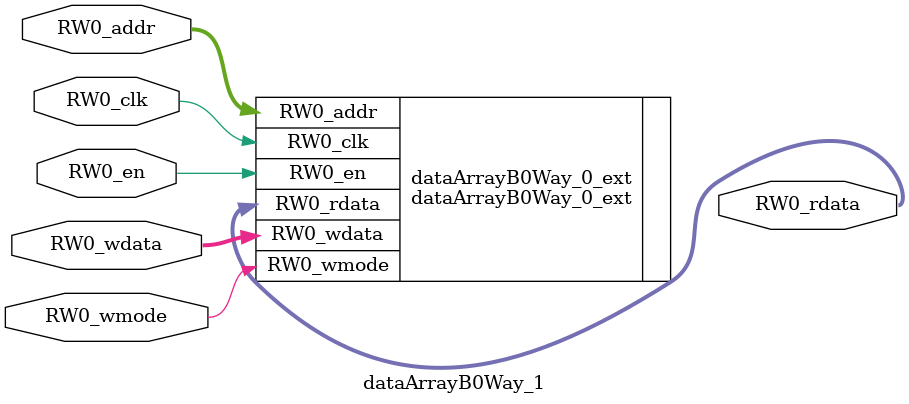
<source format=sv>
`ifndef RANDOMIZE
  `ifdef RANDOMIZE_REG_INIT
    `define RANDOMIZE
  `endif // RANDOMIZE_REG_INIT
`endif // not def RANDOMIZE
`ifndef RANDOMIZE
  `ifdef RANDOMIZE_MEM_INIT
    `define RANDOMIZE
  `endif // RANDOMIZE_MEM_INIT
`endif // not def RANDOMIZE

`ifndef RANDOM
  `define RANDOM $random
`endif // not def RANDOM

// Users can define 'PRINTF_COND' to add an extra gate to prints.
`ifndef PRINTF_COND_
  `ifdef PRINTF_COND
    `define PRINTF_COND_ (`PRINTF_COND)
  `else  // PRINTF_COND
    `define PRINTF_COND_ 1
  `endif // PRINTF_COND
`endif // not def PRINTF_COND_

// Users can define 'ASSERT_VERBOSE_COND' to add an extra gate to assert error printing.
`ifndef ASSERT_VERBOSE_COND_
  `ifdef ASSERT_VERBOSE_COND
    `define ASSERT_VERBOSE_COND_ (`ASSERT_VERBOSE_COND)
  `else  // ASSERT_VERBOSE_COND
    `define ASSERT_VERBOSE_COND_ 1
  `endif // ASSERT_VERBOSE_COND
`endif // not def ASSERT_VERBOSE_COND_

// Users can define 'STOP_COND' to add an extra gate to stop conditions.
`ifndef STOP_COND_
  `ifdef STOP_COND
    `define STOP_COND_ (`STOP_COND)
  `else  // STOP_COND
    `define STOP_COND_ 1
  `endif // STOP_COND
`endif // not def STOP_COND_

// Users can define INIT_RANDOM as general code that gets injected into the
// initializer block for modules with registers.
`ifndef INIT_RANDOM
  `define INIT_RANDOM
`endif // not def INIT_RANDOM

// If using random initialization, you can also define RANDOMIZE_DELAY to
// customize the delay used, otherwise 0.002 is used.
`ifndef RANDOMIZE_DELAY
  `define RANDOMIZE_DELAY 0.002
`endif // not def RANDOMIZE_DELAY

// Define INIT_RANDOM_PROLOG_ for use in our modules below.
`ifndef INIT_RANDOM_PROLOG_
  `ifdef RANDOMIZE
    `ifdef VERILATOR
      `define INIT_RANDOM_PROLOG_ `INIT_RANDOM
    `else  // VERILATOR
      `define INIT_RANDOM_PROLOG_ `INIT_RANDOM #`RANDOMIZE_DELAY begin end
    `endif // VERILATOR
  `else  // RANDOMIZE
    `define INIT_RANDOM_PROLOG_
  `endif // RANDOMIZE
`endif // not def INIT_RANDOM_PROLOG_

module dataArrayB0Way_1(	// @[DescribedSRAM.scala:17:26]
  input  [7:0]  RW0_addr,
  input         RW0_en,
                RW0_clk,
                RW0_wmode,
  input  [63:0] RW0_wdata,
  output [63:0] RW0_rdata
);

  dataArrayB0Way_0_ext dataArrayB0Way_0_ext (	// @[DescribedSRAM.scala:17:26]
    .RW0_addr  (RW0_addr),
    .RW0_en    (RW0_en),
    .RW0_clk   (RW0_clk),
    .RW0_wmode (RW0_wmode),
    .RW0_wdata (RW0_wdata),
    .RW0_rdata (RW0_rdata)
  );
endmodule


</source>
